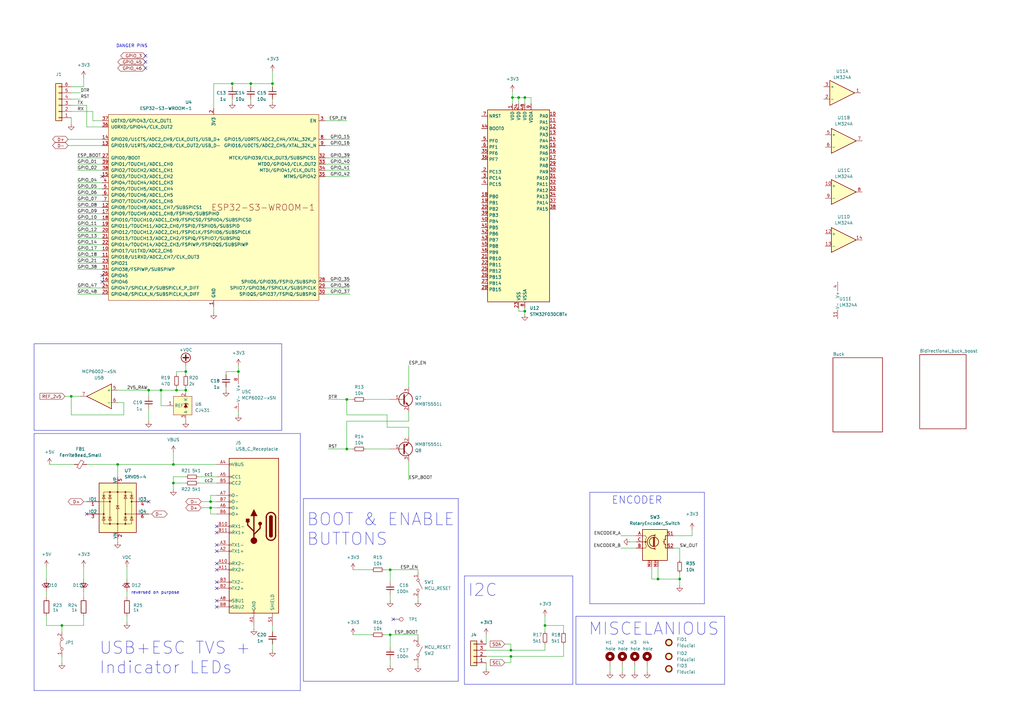
<source format=kicad_sch>
(kicad_sch (version 20230121) (generator eeschema)
  (paper "A3")
  (junction (at 76.2 152.4))
  (junction (at 160.02 233.68))
  (junction (at 25.4 256.54))
  (junction (at 278.765 237.49))
  (junction (at 86.36 208.28))
  (junction (at 212.725 40.005))
  (junction (at 142.24 163.83))
  (junction (at 209.55 266.7))
  (junction (at 223.52 256.54))
  (junction (at 48.26 190.5))
  (junction (at 66.04 160.02))
  (junction (at 60.96 160.02))
  (junction (at 97.79 152.4))
  (junction (at 215.265 40.005))
  (junction (at 269.875 237.49))
  (junction (at 86.36 205.74))
  (junction (at 209.55 269.24))
  (junction (at 142.24 184.15))
  (junction (at 76.2 160.02))
  (junction (at 102.87 34.29))
  (junction (at 72.39 160.02))
  (junction (at 210.185 40.005))
  (junction (at 29.21 162.56))
  (junction (at 160.02 260.35))
  (junction (at 71.12 190.5))
  (junction (at 71.12 198.12))
  (junction (at 95.25 34.29))
  (junction (at 215.265 127.635))
  (junction (at 111.76 34.29))
  (no_connect (at 41.91 113.03))
  (no_connect (at 88.9 248.92))
  (no_connect (at 88.9 226.06))
  (no_connect (at 88.9 241.3))
  (no_connect (at 88.9 238.76))
  (no_connect (at 88.9 218.44))
  (no_connect (at 60.96 205.74))
  (no_connect (at 88.9 231.14))
  (no_connect (at 88.9 223.52))
  (no_connect (at 59.69 27.94))
  (no_connect (at 161.29 254))
  (no_connect (at 88.9 233.68))
  (no_connect (at 88.9 215.9))
  (no_connect (at 88.9 246.38))
  (no_connect (at 41.91 72.39))
  (no_connect (at 59.69 22.86))
  (no_connect (at 59.69 25.4))
  (no_connect (at 35.56 210.82))
  (no_connect (at 41.91 115.57))
  (wire (pts (xy 269.875 237.49) (xy 278.765 237.49)))
  (wire (pts (xy 29.21 38.1) (xy 33.02 38.1)))
  (wire (pts (xy 278.765 234.95) (xy 278.765 237.49)))
  (wire (pts (xy 223.52 264.16) (xy 223.52 266.7)))
  (wire (pts (xy 149.86 184.15) (xy 160.02 184.15)))
  (polyline (pts (xy 241.935 247.65) (xy 288.925 247.65)))
  (polyline (pts (xy 13.97 177.8) (xy 72.39 177.8)))
  (wire (pts (xy 160.02 243.84) (xy 160.02 246.38)))
  (polyline (pts (xy 124.46 279.4) (xy 124.46 204.47)))
  (wire (pts (xy 92.71 152.4) (xy 97.79 152.4)))
  (wire (pts (xy 76.2 149.86) (xy 76.2 152.4)))
  (wire (pts (xy 71.12 185.42) (xy 71.12 190.5)))
  (wire (pts (xy 34.29 256.54) (xy 34.29 252.73)))
  (wire (pts (xy 82.55 205.74) (xy 86.36 205.74)))
  (wire (pts (xy 158.75 170.18) (xy 142.24 170.18)))
  (wire (pts (xy 76.2 160.02) (xy 76.2 161.29)))
  (wire (pts (xy 210.185 40.005) (xy 210.185 42.545)))
  (wire (pts (xy 29.21 50.8) (xy 29.21 48.26)))
  (wire (pts (xy 52.07 245.11) (xy 52.07 242.57)))
  (polyline (pts (xy 190.5 236.22) (xy 190.5 280.67)))
  (wire (pts (xy 29.21 40.64) (xy 33.02 40.64)))
  (wire (pts (xy 133.35 59.69) (xy 143.51 59.69)))
  (wire (pts (xy 72.39 152.4) (xy 76.2 152.4)))
  (wire (pts (xy 102.87 34.29) (xy 102.87 35.56)))
  (wire (pts (xy 31.75 100.33) (xy 41.91 100.33)))
  (wire (pts (xy 209.55 264.16) (xy 209.55 266.7)))
  (wire (pts (xy 102.87 40.64) (xy 102.87 41.91)))
  (wire (pts (xy 133.35 57.15) (xy 143.51 57.15)))
  (wire (pts (xy 167.64 175.26) (xy 158.75 175.26)))
  (wire (pts (xy 97.79 149.86) (xy 97.79 152.4)))
  (wire (pts (xy 267.335 237.49) (xy 269.875 237.49)))
  (wire (pts (xy 111.76 264.16) (xy 111.76 266.7)))
  (wire (pts (xy 72.39 158.75) (xy 72.39 160.02)))
  (wire (pts (xy 160.02 260.35) (xy 171.45 260.35)))
  (wire (pts (xy 160.02 265.43) (xy 160.02 260.35)))
  (wire (pts (xy 26.67 162.56) (xy 29.21 162.56)))
  (wire (pts (xy 160.02 238.76) (xy 160.02 233.68)))
  (wire (pts (xy 278.765 224.79) (xy 278.765 229.87)))
  (wire (pts (xy 31.75 110.49) (xy 41.91 110.49)))
  (wire (pts (xy 171.45 271.78) (xy 171.45 273.05)))
  (wire (pts (xy 71.12 195.58) (xy 76.2 195.58)))
  (wire (pts (xy 31.75 64.77) (xy 41.91 64.77)))
  (polyline (pts (xy 123.19 283.21) (xy 13.97 283.21)))
  (wire (pts (xy 60.96 160.02) (xy 66.04 160.02)))
  (wire (pts (xy 31.75 69.85) (xy 41.91 69.85)))
  (wire (pts (xy 212.725 127.635) (xy 215.265 127.635)))
  (wire (pts (xy 199.39 260.35) (xy 199.39 264.16)))
  (wire (pts (xy 111.76 256.54) (xy 111.76 259.08)))
  (wire (pts (xy 199.39 274.32) (xy 199.39 271.78)))
  (wire (pts (xy 62.23 210.82) (xy 60.96 210.82)))
  (wire (pts (xy 41.91 49.53) (xy 38.1 49.53)))
  (wire (pts (xy 52.07 232.41) (xy 52.07 237.49)))
  (wire (pts (xy 199.39 266.7) (xy 209.55 266.7)))
  (wire (pts (xy 86.36 203.2) (xy 88.9 203.2)))
  (polyline (pts (xy 236.22 252.73) (xy 236.22 280.67)))
  (wire (pts (xy 86.36 208.28) (xy 86.36 210.82)))
  (wire (pts (xy 76.2 152.4) (xy 76.2 153.67)))
  (wire (pts (xy 258.445 222.25) (xy 260.985 222.25)))
  (wire (pts (xy 95.25 40.64) (xy 95.25 41.91)))
  (wire (pts (xy 50.8 165.1) (xy 50.8 170.18)))
  (wire (pts (xy 82.55 208.28) (xy 86.36 208.28)))
  (wire (pts (xy 95.25 34.29) (xy 102.87 34.29)))
  (wire (pts (xy 35.56 52.07) (xy 41.91 52.07)))
  (wire (pts (xy 209.55 266.7) (xy 223.52 266.7)))
  (polyline (pts (xy 236.22 252.73) (xy 297.18 252.73)))
  (polyline (pts (xy 241.935 201.93) (xy 241.935 247.65)))
  (wire (pts (xy 31.75 74.93) (xy 41.91 74.93)))
  (wire (pts (xy 223.52 256.54) (xy 223.52 259.08)))
  (wire (pts (xy 48.26 190.5) (xy 71.12 190.5)))
  (wire (pts (xy 223.52 252.73) (xy 223.52 256.54)))
  (wire (pts (xy 27.94 59.69) (xy 41.91 59.69)))
  (wire (pts (xy 160.02 233.68) (xy 171.45 233.68)))
  (wire (pts (xy 167.64 172.72) (xy 142.24 172.72)))
  (wire (pts (xy 142.24 163.83) (xy 144.78 163.83)))
  (wire (pts (xy 34.29 31.75) (xy 34.29 35.56)))
  (wire (pts (xy 81.28 198.12) (xy 88.9 198.12)))
  (wire (pts (xy 265.43 273.05) (xy 265.43 275.59)))
  (wire (pts (xy 207.01 264.16) (xy 209.55 264.16)))
  (wire (pts (xy 134.62 184.15) (xy 142.24 184.15)))
  (wire (pts (xy 86.36 205.74) (xy 88.9 205.74)))
  (wire (pts (xy 209.55 269.24) (xy 231.14 269.24)))
  (wire (pts (xy 171.45 261.62) (xy 171.45 260.35)))
  (wire (pts (xy 76.2 158.75) (xy 76.2 160.02)))
  (wire (pts (xy 66.04 160.02) (xy 72.39 160.02)))
  (wire (pts (xy 31.75 67.31) (xy 41.91 67.31)))
  (wire (pts (xy 133.35 118.11) (xy 143.51 118.11)))
  (wire (pts (xy 31.75 107.95) (xy 41.91 107.95)))
  (wire (pts (xy 111.76 34.29) (xy 111.76 35.56)))
  (wire (pts (xy 29.21 170.18) (xy 29.21 162.56)))
  (wire (pts (xy 217.805 42.545) (xy 217.805 40.005)))
  (wire (pts (xy 35.56 43.18) (xy 29.21 43.18)))
  (wire (pts (xy 212.725 40.005) (xy 210.185 40.005)))
  (wire (pts (xy 133.35 115.57) (xy 143.51 115.57)))
  (wire (pts (xy 31.75 118.11) (xy 41.91 118.11)))
  (wire (pts (xy 283.845 217.17) (xy 283.845 219.71)))
  (wire (pts (xy 167.64 175.26) (xy 167.64 179.07)))
  (polyline (pts (xy 241.935 201.93) (xy 288.925 201.93)))
  (wire (pts (xy 142.24 184.15) (xy 144.78 184.15)))
  (wire (pts (xy 278.765 240.03) (xy 278.765 237.49)))
  (wire (pts (xy 50.8 170.18) (xy 29.21 170.18)))
  (wire (pts (xy 31.75 82.55) (xy 41.91 82.55)))
  (wire (pts (xy 95.25 34.29) (xy 87.63 34.29)))
  (wire (pts (xy 87.63 125.73) (xy 87.63 128.27)))
  (wire (pts (xy 86.36 208.28) (xy 88.9 208.28)))
  (wire (pts (xy 31.75 120.65) (xy 41.91 120.65)))
  (wire (pts (xy 215.265 42.545) (xy 215.265 40.005)))
  (wire (pts (xy 133.35 120.65) (xy 143.51 120.65)))
  (wire (pts (xy 157.48 233.68) (xy 160.02 233.68)))
  (polyline (pts (xy 72.39 177.8) (xy 123.19 177.8)))
  (wire (pts (xy 111.76 40.64) (xy 111.76 41.91)))
  (wire (pts (xy 97.79 152.4) (xy 97.79 153.67)))
  (wire (pts (xy 160.02 270.51) (xy 160.02 273.05)))
  (wire (pts (xy 104.14 256.54) (xy 104.14 257.81)))
  (polyline (pts (xy 234.95 280.67) (xy 234.95 236.22)))
  (wire (pts (xy 66.04 166.37) (xy 66.04 160.02)))
  (polyline (pts (xy 124.46 204.47) (xy 187.96 204.47)))
  (wire (pts (xy 71.12 200.66) (xy 71.12 198.12)))
  (wire (pts (xy 72.39 153.67) (xy 72.39 152.4)))
  (wire (pts (xy 87.63 44.45) (xy 87.63 34.29)))
  (wire (pts (xy 34.29 35.56) (xy 29.21 35.56)))
  (polyline (pts (xy 288.925 247.65) (xy 288.925 201.93)))
  (wire (pts (xy 92.71 152.4) (xy 92.71 153.67)))
  (wire (pts (xy 35.56 43.18) (xy 35.56 52.07)))
  (wire (pts (xy 133.35 67.31) (xy 143.51 67.31)))
  (wire (pts (xy 76.2 198.12) (xy 71.12 198.12)))
  (wire (pts (xy 133.35 69.85) (xy 143.51 69.85)))
  (wire (pts (xy 52.07 255.27) (xy 52.07 252.73)))
  (wire (pts (xy 133.35 64.77) (xy 143.51 64.77)))
  (wire (pts (xy 20.32 190.5) (xy 30.48 190.5)))
  (wire (pts (xy 31.75 97.79) (xy 41.91 97.79)))
  (wire (pts (xy 142.24 172.72) (xy 142.24 184.15)))
  (wire (pts (xy 31.75 105.41) (xy 41.91 105.41)))
  (wire (pts (xy 144.78 233.68) (xy 152.4 233.68)))
  (wire (pts (xy 60.96 167.64) (xy 60.96 172.72)))
  (wire (pts (xy 167.64 189.23) (xy 167.64 196.85)))
  (wire (pts (xy 19.05 252.73) (xy 19.05 256.54)))
  (wire (pts (xy 215.265 127.635) (xy 215.265 128.905)))
  (wire (pts (xy 160.02 260.35) (xy 157.48 260.35)))
  (wire (pts (xy 29.21 162.56) (xy 33.02 162.56)))
  (wire (pts (xy 19.05 232.41) (xy 19.05 237.49)))
  (wire (pts (xy 250.19 273.05) (xy 250.19 275.59)))
  (wire (pts (xy 158.75 175.26) (xy 158.75 170.18)))
  (wire (pts (xy 48.26 160.02) (xy 60.96 160.02)))
  (wire (pts (xy 171.45 245.11) (xy 171.45 246.38)))
  (wire (pts (xy 142.24 170.18) (xy 142.24 163.83)))
  (wire (pts (xy 19.05 242.57) (xy 19.05 245.11)))
  (wire (pts (xy 210.185 37.465) (xy 210.185 40.005)))
  (wire (pts (xy 27.94 57.15) (xy 41.91 57.15)))
  (wire (pts (xy 34.29 232.41) (xy 34.29 237.49)))
  (wire (pts (xy 76.2 171.45) (xy 76.2 172.72)))
  (wire (pts (xy 86.36 210.82) (xy 88.9 210.82)))
  (wire (pts (xy 231.14 269.24) (xy 231.14 264.16)))
  (wire (pts (xy 25.4 256.54) (xy 34.29 256.54)))
  (wire (pts (xy 86.36 203.2) (xy 86.36 205.74)))
  (wire (pts (xy 34.29 242.57) (xy 34.29 245.11)))
  (wire (pts (xy 209.55 271.78) (xy 209.55 269.24)))
  (polyline (pts (xy 236.22 280.67) (xy 297.18 280.67)))
  (polyline (pts (xy 187.96 204.47) (xy 187.96 279.4)))
  (wire (pts (xy 48.26 165.1) (xy 50.8 165.1)))
  (wire (pts (xy 149.86 163.83) (xy 160.02 163.83)))
  (wire (pts (xy 92.71 158.75) (xy 92.71 160.02)))
  (wire (pts (xy 31.75 92.71) (xy 41.91 92.71)))
  (wire (pts (xy 212.725 42.545) (xy 212.725 40.005)))
  (wire (pts (xy 254.635 219.71) (xy 260.985 219.71)))
  (wire (pts (xy 38.1 49.53) (xy 38.1 45.72)))
  (wire (pts (xy 133.35 72.39) (xy 143.51 72.39)))
  (wire (pts (xy 31.75 87.63) (xy 41.91 87.63)))
  (polyline (pts (xy 297.18 280.67) (xy 297.18 252.73)))
  (polyline (pts (xy 234.95 236.22) (xy 190.5 236.22)))
  (wire (pts (xy 231.14 259.08) (xy 231.14 256.54)))
  (wire (pts (xy 35.56 190.5) (xy 48.26 190.5)))
  (polyline (pts (xy 123.19 177.8) (xy 123.19 283.21)))
  (wire (pts (xy 19.05 256.54) (xy 25.4 256.54)))
  (wire (pts (xy 97.79 168.91) (xy 97.79 170.18)))
  (wire (pts (xy 29.21 45.72) (xy 38.1 45.72)))
  (wire (pts (xy 48.26 195.58) (xy 48.26 190.5)))
  (wire (pts (xy 111.76 29.21) (xy 111.76 34.29)))
  (wire (pts (xy 102.87 34.29) (xy 111.76 34.29)))
  (wire (pts (xy 167.64 149.86) (xy 167.64 158.75)))
  (wire (pts (xy 260.35 273.05) (xy 260.35 275.59)))
  (wire (pts (xy 31.75 95.25) (xy 41.91 95.25)))
  (wire (pts (xy 269.875 232.41) (xy 269.875 237.49)))
  (wire (pts (xy 267.335 232.41) (xy 267.335 237.49)))
  (polyline (pts (xy 190.5 280.67) (xy 191.77 280.67)))
  (wire (pts (xy 31.75 90.17) (xy 41.91 90.17)))
  (polyline (pts (xy 13.97 283.21) (xy 13.97 177.8)))
  (wire (pts (xy 171.45 233.68) (xy 171.45 234.95)))
  (wire (pts (xy 215.265 40.005) (xy 217.805 40.005)))
  (polyline (pts (xy 187.96 279.4) (xy 124.46 279.4)))
  (wire (pts (xy 48.26 222.25) (xy 48.26 220.98)))
  (wire (pts (xy 72.39 160.02) (xy 76.2 160.02)))
  (wire (pts (xy 60.96 160.02) (xy 60.96 162.56)))
  (wire (pts (xy 255.27 273.05) (xy 255.27 275.59)))
  (wire (pts (xy 31.75 102.87) (xy 41.91 102.87)))
  (wire (pts (xy 71.12 190.5) (xy 88.9 190.5)))
  (wire (pts (xy 254.635 224.79) (xy 260.985 224.79)))
  (wire (pts (xy 231.14 256.54) (xy 223.52 256.54)))
  (wire (pts (xy 142.24 49.53) (xy 133.35 49.53)))
  (wire (pts (xy 31.75 80.01) (xy 41.91 80.01)))
  (wire (pts (xy 71.12 198.12) (xy 71.12 195.58)))
  (wire (pts (xy 95.25 34.29) (xy 95.25 35.56)))
  (wire (pts (xy 212.725 126.365) (xy 212.725 127.635)))
  (wire (pts (xy 276.225 219.71) (xy 283.845 219.71)))
  (wire (pts (xy 68.58 166.37) (xy 66.04 166.37)))
  (wire (pts (xy 199.39 269.24) (xy 209.55 269.24)))
  (wire (pts (xy 215.265 40.005) (xy 212.725 40.005)))
  (wire (pts (xy 167.64 168.91) (xy 167.64 172.72)))
  (wire (pts (xy 25.4 256.54) (xy 25.4 259.08)))
  (wire (pts (xy 34.29 205.74) (xy 35.56 205.74)))
  (wire (pts (xy 207.01 271.78) (xy 209.55 271.78)))
  (wire (pts (xy 31.75 85.09) (xy 41.91 85.09)))
  (wire (pts (xy 215.265 126.365) (xy 215.265 127.635)))
  (wire (pts (xy 25.4 269.24) (xy 25.4 271.78)))
  (wire (pts (xy 134.62 163.83) (xy 142.24 163.83)))
  (wire (pts (xy 81.28 195.58) (xy 88.9 195.58)))
  (wire (pts (xy 31.75 77.47) (xy 41.91 77.47)))
  (polyline (pts (xy 191.77 280.67) (xy 234.95 280.67)))
  (wire (pts (xy 144.78 260.35) (xy 152.4 260.35)))
  (wire (pts (xy 276.225 224.79) (xy 278.765 224.79)))
  (rectangle (start 13.97 140.97) (end 115.57 176.53))
  (text "I2C" (at 191.77 245.11 0) (effects (font (size 5 5)) (justify left bottom)))
  (text "BOOT & ENABLE\nBUTTONS" (at 125.73 224.155 0) (effects (font (size 5 5)) (justify left bottom)))
  (text "reversed on purpose" (at 73.66 243.84 0) (effects (font (size 1.27 1.27)) (justify right bottom)))
  (text "ENCODER" (at 250.825 207.01 0) (effects (font (size 3 3)) (justify left bottom)))
  (text "MISCELANIOUS" (at 241.3 260.985 0) (effects (font (size 5 5)) (justify left bottom)))
  (text "DANGER PINS\n" (at 47.625 19.685 0) (effects (font (size 1.27 1.27)) (justify left bottom)))
  (text "USB+ESC TVS + \nIndicator LEDs" (at 40.64 276.86 0) (effects (font (size 5 5)) (justify left bottom)))
  (label "GPIO_13" (at 31.75 97.79 0))
  (label "GPIO_12" (at 31.75 95.25 0))
  (label "GPIO_18" (at 31.75 105.41 0))
  (label "RX" (at 31.75 45.72 0))
  (label "GPIO_36" (at 143.51 118.11 180))
  (label "GPIO_02" (at 31.75 69.85 0))
  (label "ENCODER_B" (at 254.635 224.79 180))
  (label "GPIO_10" (at 31.75 90.17 0))
  (label "ESP_BOOT" (at 171.45 260.35 180))
  (label "GPIO_01" (at 31.75 67.31 0))
  (label "GPIO_04" (at 31.75 74.93 0))
  (label "ESP_BOOT" (at 167.64 196.85 0))
  (label "GPIO_37" (at 143.51 120.65 180))
  (label "GPIO_07" (at 31.75 82.55 0))
  (label "ESP_EN" (at 171.45 233.68 180))
  (label "GPIO_11" (at 31.75 92.71 0))
  (label "GPIO_09" (at 31.75 87.63 0))
  (label "2V5_RAW" (at 52.07 160.02 0))
  (label "GPIO_14" (at 31.75 100.33 0))
  (label "GPIO_06" (at 31.75 80.01 0))
  (label "ENCODER_A" (at 254.635 219.71 180))
  (label "GPIO_38" (at 31.75 110.49 0))
  (label "GPIO_15" (at 143.51 57.15 180))
  (label "ESP_BOOT" (at 31.75 64.77 0))
  (label "cc2" (at 83.82 198.12 0))
  (label "GPIO_05" (at 31.75 77.47 0))
  (label "TX" (at 31.75 43.18 0))
  (label "ESP_EN" (at 142.24 49.53 180))
  (label "GPIO_39" (at 143.51 64.77 180))
  (label "RST" (at 134.62 184.15 0))
  (label "GPIO_47" (at 31.75 118.11 0))
  (label "GPIO_40" (at 143.51 67.31 180))
  (label "GPIO_16" (at 143.51 59.69 180))
  (label "ESP_EN" (at 167.64 149.86 0))
  (label "GPIO_41" (at 143.51 69.85 180))
  (label "GPIO_42" (at 143.51 72.39 180))
  (label "RST" (at 33.02 40.64 0))
  (label "DTR" (at 33.02 38.1 0))
  (label "GPIO_17" (at 31.75 102.87 0))
  (label "SW_OUT" (at 278.765 224.79 0))
  (label "cc1" (at 83.82 195.58 0))
  (label "DTR" (at 134.62 163.83 0))
  (label "GPIO_48" (at 31.75 120.65 0))
  (label "GPIO_35" (at 143.51 115.57 180))
  (label "GPIO_21" (at 31.75 107.95 0))
  (label "GPIO_08" (at 31.75 85.09 0))
  (global_label "GPIO_3" (shape bidirectional) (at 59.69 22.86 180) (property "Intersheetrefs" "${INTERSHEET_REFS}" (effects hide)))
  (global_label "GPIO_46" (shape bidirectional) (at 59.69 27.94 180) (property "Intersheetrefs" "${INTERSHEET_REFS}" (effects hide)))
  (global_label "SDA" (shape input) (at 207.01 264.16 180) (property "Intersheetrefs" "${INTERSHEET_REFS}" (effects hide)))
  (global_label "D-" (shape bidirectional) (at 82.55 205.74 180) (property "Intersheetrefs" "${INTERSHEET_REFS}" (effects hide)))
  (global_label "SCL" (shape input) (at 207.01 271.78 180) (property "Intersheetrefs" "${INTERSHEET_REFS}" (effects hide)))
  (global_label "D-" (shape bidirectional) (at 62.23 210.82 0) (property "Intersheetrefs" "${INTERSHEET_REFS}" (effects hide)))
  (global_label "D+" (shape bidirectional) (at 82.55 208.28 180) (property "Intersheetrefs" "${INTERSHEET_REFS}" (effects hide)))
  (global_label "GPIO_45" (shape bidirectional) (at 59.69 25.4 180) (property "Intersheetrefs" "${INTERSHEET_REFS}" (effects hide)))
  (global_label "D-" (shape bidirectional) (at 27.94 59.69 180) (property "Intersheetrefs" "${INTERSHEET_REFS}" (effects hide)))
  (global_label "D+" (shape bidirectional) (at 34.29 205.74 180) (property "Intersheetrefs" "${INTERSHEET_REFS}" (effects hide)))
  (global_label "REF_2v5" (shape input) (at 26.67 162.56 180) (property "Intersheetrefs" "${INTERSHEET_REFS}" (effects hide)))
  (global_label "D+" (shape bidirectional) (at 27.94 57.15 180) (property "Intersheetrefs" "${INTERSHEET_REFS}" (effects hide)))
  (symbol (lib_id "Device:C_Small") (at 111.76 38.1 0) (unit 1)
    (property "Reference" "C15" (at 105.41 38.1 0) (effects (justify left)))
    (property "Value" "10u" (at 105.41 40.64 0) (effects (justify left)))
    (property "Footprint" "Capacitor_SMD:C_0603_1608Metric" (effects hide))
    (property "LCSC" "C96446" (effects hide))
  )
  (symbol (lib_id "Device:C_Small") (at 111.76 261.62 0) (unit 1)
    (property "Reference" "C20" (at 105.41 260.35 0) (effects (justify left)))
    (property "Value" "1n" (at 105.41 262.89 0) (effects (justify left)))
    (property "Footprint" "Capacitor_SMD:C_1206_3216Metric" (effects hide))
    (property "LCSC" "C9196" (effects hide))
  )
  (symbol (lib_id "power:GND") (at 111.76 266.7 0) (mirror y) (unit 1)
    (property "Reference" "#PWR054" (effects hide))
    (property "Value" "GND" (effects hide))
  )
  (symbol (lib_id "Amplifier_Operational:LM324A") (at 345.44 38.1 0) (unit 1)
    (property "Reference" "U11" (at 345.44 29.21 0))
    (property "Value" "LM324A" (at 345.44 31.75 0))
    (property "Footprint" "Package_SO:SOIC-14_3.9x8.7mm_P1.27mm" (effects hide))
    (property "Datasheet" "http://www.ti.com/lit/ds/symlink/lm2902-n.pdf" (effects hide))
  )
  (symbol (lib_id "power:GND") (at 92.71 160.02 0) (unit 1)
    (property "Reference" "#PWR041" (effects hide))
    (property "Value" "GND" (effects hide))
  )
  (symbol (lib_id "Device:R_Small") (at 154.94 233.68 90) (mirror x) (unit 1)
    (property "Reference" "R15" (at 154.94 228.6 90))
    (property "Value" "10k" (at 154.94 231.14 90))
    (property "Footprint" "Resistor_SMD:R_0603_1608Metric" (effects hide))
    (property "LCSC" "C25804" (effects hide))
  )
  (symbol (lib_id "power:GND") (at 255.27 275.59 0) (unit 1)
    (property "Reference" "#PWR036" (effects hide))
    (property "Value" "GND" (effects hide))
  )
  (symbol (lib_id "Mechanical:Fiducial") (at 274.32 269.24 0) (unit 1) (in_bom no)
    (property "Reference" "FID2" (at 277.495 267.9699 0) (effects (justify left)))
    (property "Value" "Fiducial" (at 277.495 270.5099 0) (effects (justify left)))
    (property "Footprint" "Symbol:KiCad-Logo2_5mm_SilkScreen" (effects hide))
  )
  (symbol (lib_id "power:+3V3") (at 199.39 260.35 0) (unit 1)
    (property "Reference" "#PWR031" (effects hide))
    (property "Value" "+3V3" (at 199.39 255.27 0))
  )
  (symbol (lib_id "Device:LED_Small") (at 19.05 240.03 90) (unit 1)
    (property "Reference" "D10" (at 21.59 240.03 90))
    (property "Value" "green" (effects hide))
    (property "Footprint" "LED_SMD:LED_0805_2012Metric" (effects hide))
    (property "LCSC" "C2297" (effects hide))
  )
  (symbol (lib_id "Device:C_Small") (at 92.71 156.21 180) (unit 1)
    (property "Reference" "C18" (at 90.17 156.21 0) (effects (justify left)))
    (property "Value" "1u" (at 90.17 158.75 0) (effects (justify left)))
    (property "Footprint" "Capacitor_SMD:C_0402_1005Metric" (effects hide))
    (property "LCSC" "C52923" (effects hide))
  )
  (symbol (lib_id "My_custom_lib:RotaryEncoder_Switch") (at 268.605 222.25 0) (unit 1)
    (property "Reference" "SW3" (at 268.605 212.09 0))
    (property "Value" "RotaryEncoder_Switch" (at 268.605 214.63 0))
    (property "Footprint" "Z_mycustom_footprint_lib:PEC12R4230FS0024" (effects hide))
  )
  (symbol (lib_id "power:VBUS") (at 71.12 185.42 0) (mirror y) (unit 1)
    (property "Reference" "#PWR045" (effects hide))
    (property "Value" "VBUS" (at 71.12 180.34 0))
  )
  (symbol (lib_id "Connector_Generic:Conn_01x04") (at 194.31 269.24 180) (unit 1) (in_bom no)
    (property "Reference" "J4" (at 194.31 260.35 0))
    (property "Value" "Conn_01x04" (effects hide))
    (property "Footprint" "Connector_PinHeader_2.54mm:PinHeader_1x04_P2.54mm_Vertical" (effects hide))
  )
  (symbol (lib_id "power:GND") (at 160.02 273.05 0) (unit 1)
    (property "Reference" "#PWR032" (effects hide))
    (property "Value" "GND" (effects hide))
  )
  (symbol (lib_id "Mechanical:MountingHole_Pad") (at 265.43 270.51 0) (unit 1) (in_bom no)
    (property "Reference" "H4" (at 263.525 263.525 0) (effects (justify left)))
    (property "Value" "hole" (at 263.525 266.065 0) (effects (justify left)))
    (property "Footprint" "MountingHole:MountingHole_3.2mm_M3_DIN965_Pad_TopBottom" (effects hide))
  )
  (symbol (lib_id "power:+3V3") (at 111.76 29.21 0) (mirror y) (unit 1)
    (property "Reference" "#PWR019" (effects hide))
    (property "Value" "+3V3" (at 111.76 24.13 0))
  )
  (symbol (lib_id "Connector:USB_C_Receptacle") (at 104.14 215.9 0) (mirror y) (unit 1)
    (property "Reference" "J5" (at 96.52 181.61 0) (effects (justify right)))
    (property "Value" "USB_C_Receptacle" (at 96.52 184.15 0) (effects (justify right)))
    (property "Footprint" "Connector_USB:USB_C_Receptacle_HRO_TYPE-C-31-M-12" (effects hide))
    (property "Datasheet" "https://www.usb.org/sites/default/files/documents/usb_type-c.zip" (effects hide))
    (property "LCSC" "C319148" (effects hide))
  )
  (symbol (lib_id "power:GND") (at 102.87 41.91 0) (unit 1)
    (property "Reference" "#PWR022" (effects hide))
    (property "Value" "GND" (effects hide))
  )
  (symbol (lib_id "Jumper:Jumper_2_Bridged") (at 25.4 264.16 90) (unit 1) (in_bom no)
    (property "Reference" "JP1" (at 26.67 263.525 90) (effects (justify right)))
    (property "Value" "Jumper_2_Bridged" (effects hide))
    (property "Footprint" "Jumper:SolderJumper-2_P1.3mm_Bridged_RoundedPad1.0x1.5mm" (effects hide))
  )
  (symbol (lib_id "Transistor_BJT:MMBT5551L") (at 165.1 163.83 0) (unit 1)
    (property "Reference" "Q7" (at 170.18 163.195 0) (effects (justify left)))
    (property "Value" "MMBT5551L" (at 170.18 165.735 0) (effects (justify left)))
    (property "Footprint" "Package_TO_SOT_SMD:SOT-23" (effects hide))
    (property "Datasheet" "www.onsemi.com/pub/Collateral/MMBT5550LT1-D.PDF" (effects hide))
    (property "LCSC" "C2145" (effects hide))
  )
  (symbol (lib_id "power:+3V3") (at 144.78 260.35 0) (unit 1)
    (property "Reference" "#PWR030" (effects hide))
    (property "Value" "+3V3" (at 144.78 255.27 0))
  )
  (symbol (lib_id "Mechanical:Fiducial") (at 274.32 263.525 0) (unit 1) (in_bom no)
    (property "Reference" "FID1" (at 277.495 262.2549 0) (effects (justify left)))
    (property "Value" "Fiducial" (at 277.495 264.7949 0) (effects (justify left)))
    (property "Footprint" "Fiducial:Fiducial_0.5mm_Mask1mm" (effects hide))
  )
  (symbol (lib_id "power:GND") (at 71.12 200.66 0) (unit 1)
    (property "Reference" "#PWR047" (effects hide))
    (property "Value" "GND" (effects hide))
  )
  (symbol (lib_id "power:+3V3") (at 34.29 232.41 0) (mirror y) (unit 1)
    (property "Reference" "#PWR050" (effects hide))
    (property "Value" "+3V3" (at 34.29 227.33 0))
  )
  (symbol (lib_id "Device:C_Small") (at 160.02 241.3 180) (unit 1)
    (property "Reference" "C16" (at 167.64 240.03 0) (effects (justify left)))
    (property "Value" "100n" (at 167.64 242.57 0) (effects (justify left)))
    (property "Footprint" "Capacitor_SMD:C_0603_1608Metric" (effects hide))
    (property "LCSC" "C14663" (effects hide))
  )
  (symbol (lib_id "power:GND") (at 160.02 246.38 0) (unit 1)
    (property "Reference" "#PWR027" (effects hide))
    (property "Value" "GND" (effects hide))
  )
  (symbol (lib_id "Power_Protection:SRV05-4") (at 48.26 208.28 0) (unit 1)
    (property "Reference" "U7" (at 51.0287 193.04 0) (effects (justify left)))
    (property "Value" "SRV05-4" (at 51.0287 195.58 0) (effects (justify left)))
    (property "Footprint" "Package_TO_SOT_SMD:SOT-23-6" (effects hide))
    (property "Datasheet" "http://www.onsemi.com/pub/Collateral/SRV05-4-D.PDF" (effects hide))
    (property "LCSC" "C85364" (effects hide))
  )
  (symbol (lib_id "Mechanical:MountingHole_Pad") (at 255.27 270.51 0) (unit 1) (in_bom no)
    (property "Reference" "H2" (at 253.365 263.525 0) (effects (justify left)))
    (property "Value" "hole" (at 253.365 266.065 0) (effects (justify left)))
    (property "Footprint" "MountingHole:MountingHole_3.2mm_M3_DIN965_Pad_TopBottom" (effects hide))
  )
  (symbol (lib_id "Amplifier_Operational:LM324A") (at 346.075 123.19 0) (unit 5)
    (property "Reference" "U11" (at 344.17 122.555 0) (effects (justify left)))
    (property "Value" "LM324A" (at 344.17 125.095 0) (effects (justify left)))
    (property "Footprint" "Package_SO:SOIC-14_3.9x8.7mm_P1.27mm" (effects hide))
    (property "Datasheet" "http://www.ti.com/lit/ds/symlink/lm2902-n.pdf" (effects hide))
  )
  (symbol (lib_id "Device:LED_Small") (at 34.29 240.03 270) (mirror x) (unit 1)
    (property "Reference" "D11" (at 31.75 240.03 90))
    (property "Value" "green" (effects hide))
    (property "Footprint" "LED_SMD:LED_0805_2012Metric" (effects hide))
    (property "LCSC" "C2297" (effects hide))
  )
  (symbol (lib_id "Amplifier_Operational:MCP6002-xSN") (at 40.64 162.56 0) (mirror y) (unit 2)
    (property "Reference" "U5" (at 40.64 154.94 0))
    (property "Value" "MCP6002-xSN" (at 40.64 152.4 0))
    (property "Footprint" "Package_SO:SOIC-8_3.9x4.9mm_P1.27mm" (effects hide))
    (property "Datasheet" "http://ww1.microchip.com/downloads/en/DeviceDoc/21733j.pdf" (effects hide))
    (property "LCSC" "C7377" (effects hide))
  )
  (symbol (lib_id "Device:FerriteBead_Small") (at 33.02 190.5 90) (unit 1)
    (property "Reference" "FB1" (at 32.9819 184.15 90))
    (property "Value" "FerriteBead_Small" (at 32.9819 186.69 90))
    (property "Footprint" "Resistor_SMD:R_0805_2012Metric" (effects hide))
    (property "Datasheet" "https://jlcpcb.com/partdetail/Sunlord-GZ2012D101TF/C1015" (effects hide))
    (property "LCSC" "C1015" (effects hide))
  )
  (symbol (lib_id "Device:R_Small") (at 72.39 156.21 0) (mirror x) (unit 1)
    (property "Reference" "R19" (at 69.85 154.94 0) (effects (justify right)))
    (property "Value" "470" (at 69.85 157.48 0) (effects (justify right)))
    (property "Footprint" "Resistor_SMD:R_0402_1005Metric" (effects hide))
    (property "LCSC" "C25117" (effects hide))
  )
  (symbol (lib_id "MCU_ST_STM32F0:STM32F030C8Tx") (at 212.725 85.725 0) (unit 1)
    (property "Reference" "U12" (at 217.2209 126.365 0) (effects (justify left)))
    (property "Value" "STM32F030C8Tx" (at 217.2209 128.905 0) (effects (justify left)))
    (property "Footprint" "Package_QFP:LQFP-48_7x7mm_P0.5mm" (effects hide))
    (property "Datasheet" "https://www.st.com/resource/en/datasheet/stm32f030c8.pdf" (effects hide))
    (property "LCSC" "C23922" (effects hide))
  )
  (symbol (lib_id "power:GND") (at 97.79 170.18 0) (mirror y) (unit 1)
    (property "Reference" "#PWR042" (effects hide))
    (property "Value" "GND" (effects hide))
  )
  (symbol (lib_id "power:GND") (at 29.21 50.8 0) (unit 1)
    (property "Reference" "#PWR024" (effects hide))
    (property "Value" "GND" (effects hide))
  )
  (symbol (lib_id "Mechanical:MountingHole_Pad") (at 260.35 270.51 0) (unit 1) (in_bom no)
    (property "Reference" "H3" (at 258.445 263.525 0) (effects (justify left)))
    (property "Value" "hole" (at 258.445 266.065 0) (effects (justify left)))
    (property "Footprint" "MountingHole:MountingHole_3.2mm_M3_DIN965_Pad_TopBottom" (effects hide))
  )
  (symbol (lib_id "Device:R_Small") (at 154.94 260.35 270) (unit 1)
    (property "Reference" "R16" (at 154.94 255.27 90))
    (property "Value" "10k" (at 154.94 257.81 90))
    (property "Footprint" "Resistor_SMD:R_0603_1608Metric" (effects hide))
    (property "LCSC" "C25804" (effects hide))
  )
  (symbol (lib_id "power:GND") (at 250.19 275.59 0) (unit 1)
    (property "Reference" "#PWR035" (effects hide))
    (property "Value" "GND" (effects hide))
  )
  (symbol (lib_id "power:GND") (at 104.14 257.81 0) (unit 1)
    (property "Reference" "#PWR053" (effects hide))
    (property "Value" "GND" (effects hide))
  )
  (symbol (lib_id "power:+3V3") (at 210.185 37.465 0) (mirror y) (unit 1)
    (property "Reference" "#PWR082" (effects hide))
    (property "Value" "+3V3" (at 210.185 32.385 0))
  )
  (symbol (lib_id "power:VDC") (at 52.07 232.41 0) (unit 1)
    (property "Reference" "#PWR051" (effects hide))
    (property "Value" "VDC" (at 52.07 228.6 0))
  )
  (symbol (lib_id "Connector_Generic:Conn_01x06") (at 24.13 43.18 180) (unit 1)
    (property "Reference" "J1" (at 24.13 30.48 0))
    (property "Value" "Conn_01x06" (effects hide))
    (property "Footprint" "Connector_PinHeader_2.54mm:PinHeader_1x06_P2.54mm_Vertical" (effects hide))
  )
  (symbol (lib_id "power:GND") (at 258.445 222.25 270) (unit 1) (in_bom no)
    (property "Reference" "#PWR079" (effects hide))
    (property "Value" "GND" (effects hide))
  )
  (symbol (lib_id "Device:C_Small") (at 60.96 165.1 180) (unit 1)
    (property "Reference" "C19" (at 58.42 165.1 0) (effects (justify left)))
    (property "Value" "1u" (at 58.42 167.64 0) (effects (justify left)))
    (property "Footprint" "Capacitor_SMD:C_0402_1005Metric" (effects hide))
    (property "LCSC" "C52923" (effects hide))
  )
  (symbol (lib_id "power:GND") (at 25.4 271.78 0) (unit 1)
    (property "Reference" "#PWR055" (effects hide))
    (property "Value" "GND" (effects hide))
  )
  (symbol (lib_id "power:GND") (at 278.765 240.03 0) (unit 1) (in_bom no)
    (property "Reference" "#PWR080" (effects hide))
    (property "Value" "GND" (effects hide))
  )
  (symbol (lib_id "power:GND") (at 95.25 41.91 0) (unit 1)
    (property "Reference" "#PWR021" (effects hide))
    (property "Value" "GND" (effects hide))
  )
  (symbol (lib_id "Device:C_Small") (at 102.87 38.1 0) (unit 1)
    (property "Reference" "C14" (at 96.52 38.1 0) (effects (justify left)))
    (property "Value" "10u" (at 96.52 40.64 0) (effects (justify left)))
    (property "Footprint" "Capacitor_SMD:C_0603_1608Metric" (effects hide))
    (property "LCSC" "C96446" (effects hide))
  )
  (symbol (lib_id "Switch:SW_SPST") (at 171.45 266.7 270) (mirror x) (unit 1)
    (property "Reference" "SW2" (at 173.99 267.9701 90) (effects (justify left)))
    (property "Value" "MCU_RESET" (at 173.99 265.4301 90) (effects (justify left)))
    (property "Footprint" "SamacSys_Parts:PTS526SK15SMTR2LFS" (effects hide))
    (property "LCSC" "C318884" (effects hide))
  )
  (symbol (lib_id "Amplifier_Operational:LM324A") (at 346.075 78.74 0) (unit 3)
    (property "Reference" "U11" (at 346.075 69.85 0))
    (property "Value" "LM324A" (at 346.075 72.39 0))
    (property "Footprint" "Package_SO:SOIC-14_3.9x8.7mm_P1.27mm" (effects hide))
    (property "Datasheet" "http://www.ti.com/lit/ds/symlink/lm2902-n.pdf" (effects hide))
  )
  (symbol (lib_id "Device:R_Small") (at 147.32 184.15 90) (mirror x) (unit 1)
    (property "Reference" "R14" (at 147.32 179.07 90))
    (property "Value" "10k" (at 147.32 181.61 90))
    (property "Footprint" "Resistor_SMD:R_0603_1608Metric" (effects hide))
    (property "LCSC" "C25804" (effects hide))
  )
  (symbol (lib_id "power:GND") (at 111.76 41.91 0) (unit 1)
    (property "Reference" "#PWR023" (effects hide))
    (property "Value" "GND" (effects hide))
  )
  (symbol (lib_id "power:GND") (at 48.26 222.25 0) (unit 1)
    (property "Reference" "#PWR048" (effects hide))
    (property "Value" "GND" (effects hide))
  )
  (symbol (lib_id "power:+5V") (at 20.32 190.5 0) (unit 1)
    (property "Reference" "#PWR046" (effects hide))
    (property "Value" "+5V" (at 20.32 185.42 0))
  )
  (symbol (lib_id "Device:R_Small") (at 223.52 261.62 0) (unit 1)
    (property "Reference" "R17" (at 218.44 260.35 0) (effects (justify left)))
    (property "Value" "5k1" (at 218.44 262.89 0) (effects (justify left)))
    (property "Footprint" "Resistor_SMD:R_0402_1005Metric" (effects hide))
    (property "LCSC" "C25905" (effects hide))
  )
  (symbol (lib_id "Switch:SW_SPST") (at 171.45 240.03 270) (unit 1)
    (property "Reference" "SW1" (at 173.99 238.7599 90) (effects (justify left)))
    (property "Value" "MCU_RESET" (at 173.99 241.2999 90) (effects (justify left)))
    (property "Footprint" "SamacSys_Parts:PTS526SK15SMTR2LFS" (effects hide))
    (property "LCSC" "C318884" (effects hide))
  )
  (symbol (lib_id "Device:LED_Small") (at 52.07 240.03 90) (mirror x) (unit 1)
    (property "Reference" "D12" (at 55.88 240.03 90))
    (property "Value" "red" (effects hide))
    (property "Footprint" "LED_SMD:LED_0603_1608Metric" (effects hide))
    (property "LCSC" "C2286" (effects hide))
  )
  (symbol (lib_id "power:+3V3") (at 97.79 149.86 0) (unit 1)
    (property "Reference" "#PWR040" (effects hide))
    (property "Value" "+3V3" (at 97.79 144.78 0))
  )
  (symbol (lib_id "Device:R") (at 19.05 248.92 0) (unit 1)
    (property "Reference" "R23" (at 21.59 248.285 0) (effects (justify left)))
    (property "Value" "1k" (at 21.59 250.19 0) (effects (justify left)))
    (property "Footprint" "Resistor_SMD:R_0805_2012Metric" (effects hide))
    (property "Datasheet" "https://datasheet.lcsc.com/lcsc/1811022111_UNI-ROYAL-Uniroyal-Elec-0805W8F1001T5E_C17513.pdf" (effects hide))
    (property "LCSC" "C17513" (effects hide))
  )
  (symbol (lib_id "power:GND") (at 171.45 246.38 0) (unit 1)
    (property "Reference" "#PWR028" (effects hide))
    (property "Value" "GND" (effects hide))
  )
  (symbol (lib_id "Device:R_Small") (at 78.74 195.58 270) (unit 1)
    (property "Reference" "R21" (at 74.295 193.04 90) (effects (justify left)))
    (property "Value" "5k1" (at 78.74 193.04 90) (effects (justify left)))
    (property "Footprint" "Resistor_SMD:R_0402_1005Metric" (effects hide))
    (property "LCSC" "C25905" (effects hide))
  )
  (symbol (lib_id "Device:C_Small") (at 160.02 267.97 0) (mirror y) (unit 1)
    (property "Reference" "C17" (at 167.64 266.7 0) (effects (justify left)))
    (property "Value" "100n" (at 167.64 269.24 0) (effects (justify left)))
    (property "Footprint" "Capacitor_SMD:C_0603_1608Metric" (effects hide))
    (property "LCSC" "C14663" (effects hide))
  )
  (symbol (lib_id "power:GND") (at 87.63 128.27 0) (mirror y) (unit 1)
    (property "Reference" "#PWR025" (effects hide))
    (property "Value" "GND" (effects hide))
  )
  (symbol (lib_id "power:+3V3") (at 144.78 233.68 0) (unit 1)
    (property "Reference" "#PWR026" (effects hide))
    (property "Value" "+3V3" (at 144.78 228.6 0))
  )
  (symbol (lib_id "Mechanical:MountingHole_Pad") (at 250.19 270.51 0) (unit 1) (in_bom no)
    (property "Reference" "H1" (at 248.285 263.525 0) (effects (justify left)))
    (property "Value" "hole" (at 248.285 266.065 0) (effects (justify left)))
    (property "Footprint" "MountingHole:MountingHole_3.2mm_M3_DIN965_Pad_TopBottom" (effects hide))
  )
  (symbol (lib_id "Amplifier_Operational:LM324A") (at 346.075 98.425 0) (unit 4)
    (property "Reference" "U11" (at 346.075 88.9 0))
    (property "Value" "LM324A" (at 346.075 91.44 0))
    (property "Footprint" "Package_SO:SOIC-14_3.9x8.7mm_P1.27mm" (effects hide))
    (property "Datasheet" "http://www.ti.com/lit/ds/symlink/lm2902-n.pdf" (effects hide))
  )
  (symbol (lib_id "power:+3V3") (at 283.845 217.17 0) (unit 1)
    (property "Reference" "#PWR078" (effects hide))
    (property "Value" "+3V3" (at 283.845 210.82 0))
  )
  (symbol (lib_id "Device:R_Small") (at 231.14 261.62 0) (unit 1)
    (property "Reference" "R18" (at 226.06 260.35 0) (effects (justify left)))
    (property "Value" "5k1" (at 226.06 262.89 0) (effects (justify left)))
    (property "Footprint" "Resistor_SMD:R_0402_1005Metric" (effects hide))
    (property "LCSC" "C25905" (effects hide))
  )
  (symbol (lib_id "Amplifier_Operational:MCP6002-xSN") (at 100.33 161.29 0) (unit 3)
    (property "Reference" "U5" (at 99.06 160.655 0) (effects (justify left)))
    (property "Value" "MCP6002-xSN" (at 99.06 163.195 0) (effects (justify left)))
    (property "Footprint" "Package_SO:SOIC-8_3.9x4.9mm_P1.27mm" (effects hide))
    (property "Datasheet" "http://ww1.microchip.com/downloads/en/DeviceDoc/21733j.pdf" (effects hide))
    (property "LCSC" "C7377" (effects hide))
  )
  (symbol (lib_id "power:GND") (at 215.265 128.905 0) (mirror y) (unit 1)
    (property "Reference" "#PWR081" (effects hide))
    (property "Value" "GND" (effects hide))
  )
  (symbol (lib_id "power:GND") (at 199.39 274.32 0) (unit 1)
    (property "Reference" "#PWR034" (effects hide))
    (property "Value" "GND" (effects hide))
  )
  (symbol (lib_id "power:+VDC") (at 76.2 149.86 0) (unit 1)
    (property "Reference" "#PWR039" (effects hide))
    (property "Value" "+VDC" (at 76.2 143.51 0))
  )
  (symbol (lib_id "My_custom_lib:CJ431") (at 76.2 166.37 90) (unit 1)
    (property "Reference" "U6" (at 80.01 165.735 90) (effects (justify right)))
    (property "Value" "CJ431" (at 80.01 168.275 90) (effects (justify right)))
    (property "Footprint" "Package_TO_SOT_SMD:SOT-23" (effects hide))
    (property "Datasheet" "https://datasheet.lcsc.com/lcsc/2304140030_Jiangsu-Changjing-Electronics-Technology-Co---Ltd--CJ431_C3113.pdf" (effects hide))
    (property "LCSC" "C3113" (effects hide))
  )
  (symbol (lib_id "Connector:TestPoint") (at 161.29 254 270) (unit 1) (in_bom no) (on_board no)
    (property "Reference" "TP1" (at 167.64 253.9999 90) (effects (justify left)))
    (property "Value" "TestPoint" (effects hide))
    (property "Footprint" "TestPoint:TestPoint_Pad_1.0x1.0mm" (effects hide))
  )
  (symbol (lib_id "Device:R") (at 52.07 248.92 0) (mirror x) (unit 1)
    (property "Reference" "R25" (at 54.61 248.285 0) (effects (justify left)))
    (property "Value" "1k" (at 54.61 250.19 0) (effects (justify left)))
    (property "Footprint" "Resistor_SMD:R_0603_1608Metric" (effects hide))
    (property "Datasheet" "https://datasheet.lcsc.com/lcsc/1811022111_UNI-ROYAL-Uniroyal-Elec-0805W8F1001T5E_C17513.pdf" (effects hide))
    (property "LCSC" "C21190" (effects hide))
  )
  (symbol (lib_id "power:GND") (at 52.07 255.27 0) (mirror y) (unit 1)
    (property "Reference" "#PWR052" (effects hide))
    (property "Value" "GND" (effects hide))
  )
  (symbol (lib_id "power:GND") (at 171.45 273.05 0) (unit 1)
    (property "Reference" "#PWR033" (effects hide))
    (property "Value" "GND" (effects hide))
  )
  (symbol (lib_id "Transistor_BJT:MMBT5551L") (at 165.1 184.15 0) (mirror x) (unit 1)
    (property "Reference" "Q8" (at 170.18 184.785 0) (effects (justify left)))
    (property "Value" "MMBT5551L" (at 170.18 182.245 0) (effects (justify left)))
    (property "Footprint" "Package_TO_SOT_SMD:SOT-23" (effects hide))
    (property "Datasheet" "www.onsemi.com/pub/Collateral/MMBT5550LT1-D.PDF" (effects hide))
    (property "LCSC" "C2145" (effects hide))
  )
  (symbol (lib_id "power:GND") (at 76.2 172.72 0) (mirror y) (unit 1)
    (property "Reference" "#PWR044" (effects hide))
    (property "Value" "GND" (effects hide))
  )
  (symbol (lib_id "Device:R_Small") (at 147.32 163.83 90) (mirror x) (unit 1)
    (property "Reference" "R13" (at 147.32 158.75 90))
    (property "Value" "10k" (at 147.32 161.29 90))
    (property "Footprint" "Resistor_SMD:R_0603_1608Metric" (effects hide))
    (property "LCSC" "C25804" (effects hide))
  )
  (symbol (lib_id "power:GND") (at 265.43 275.59 0) (unit 1)
    (property "Reference" "#PWR038" (effects hide))
    (property "Value" "GND" (effects hide))
  )
  (symbol (lib_id "Device:R_Small") (at 278.765 232.41 180) (unit 1)
    (property "Reference" "R35" (at 281.305 231.1399 0) (effects (justify right)))
    (property "Value" "10k" (at 281.305 233.6799 0) (effects (justify right)))
    (property "Footprint" "Resistor_SMD:R_0603_1608Metric" (effects hide))
    (property "Datasheet" "https://jlcpcb.com/partdetail/26547-0603WAF1002T5E/C25804" (effects hide))
    (property "LCSC" "C25804" (effects hide))
  )
  (symbol (lib_id "Device:R_Small") (at 76.2 156.21 0) (mirror y) (unit 1)
    (property "Reference" "R20" (at 77.47 154.94 0) (effects (justify right)))
    (property "Value" "2k" (at 77.47 157.48 0) (effects (justify right)))
    (property "Footprint" "Resistor_SMD:R_0402_1005Metric" (effects hide))
    (property "LCSC" "C4109" (effects hide))
  )
  (symbol (lib_id "power:GND") (at 260.35 275.59 0) (unit 1)
    (property "Reference" "#PWR037" (effects hide))
    (property "Value" "GND" (effects hide))
  )
  (symbol (lib_id "power:+5V") (at 19.05 232.41 0) (unit 1)
    (property "Reference" "#PWR049" (effects hide))
    (property "Value" "+5V" (at 19.05 227.33 0))
  )
  (symbol (lib_id "Device:R") (at 34.29 248.92 0) (mirror y) (unit 1)
    (property "Reference" "R24" (at 31.75 248.285 0) (effects (justify left)))
    (property "Value" "1k" (at 31.75 250.19 0) (effects (justify left)))
    (property "Footprint" "Resistor_SMD:R_0805_2012Metric" (effects hide))
    (property "Datasheet" "https://datasheet.lcsc.com/lcsc/1811022111_UNI-ROYAL-Uniroyal-Elec-0805W8F1001T5E_C17513.pdf" (effects hide))
    (property "LCSC" "C17513" (effects hide))
  )
  (symbol (lib_id "power:GND") (at 60.96 172.72 0) (unit 1)
    (property "Reference" "#PWR043" (effects hide))
    (property "Value" "GND" (effects hide))
  )
  (symbol (lib_id "Device:R_Small") (at 78.74 198.12 270) (mirror x) (unit 1)
    (property "Reference" "R22" (at 74.295 200.66 90) (effects (justify left)))
    (property "Value" "5k1" (at 78.74 200.66 90) (effects (justify left)))
    (property "Footprint" "Resistor_SMD:R_0402_1005Metric" (effects hide))
    (property "LCSC" "C25905" (effects hide))
  )
  (symbol (lib_id "power:+3V3") (at 34.29 31.75 0) (unit 1)
    (property "Reference" "#PWR020" (effects hide))
    (property "Value" "+3V3" (at 34.29 26.67 0))
  )
  (symbol (lib_id "Mechanical:Fiducial") (at 274.32 274.32 0) (unit 1) (in_bom no)
    (property "Reference" "FID3" (at 277.495 273.0499 0) (effects (justify left)))
    (property "Value" "Fiducial" (at 277.495 275.5899 0) (effects (justify left)))
    (property "Footprint" "Symbol:WEEE-Logo_4.2x6mm_SilkScreen" (effects hide))
  )
  (symbol (lib_id "power:+3V3") (at 223.52 252.73 0) (unit 1)
    (property "Reference" "#PWR029" (effects hide))
    (property "Value" "+3V3" (at 223.52 247.65 0))
  )
  (symbol (lib_id "Espressif:ESP32-S3-WROOM-1") (at 87.63 85.09 0) (mirror y) (unit 1)
    (property "Reference" "U4" (at 78.74 41.91 0) (effects (justify left)))
    (property "Value" "ESP32-S3-WROOM-1" (at 78.74 44.45 0) (effects (justify left)))
    (property "Footprint" "Espressif:ESP32-S3-WROOM-1" (effects hide))
    (property "Datasheet" "https://www.espressif.com/sites/default/files/documentation/esp32-s3-wroom-1_wroom-1u_datasheet_en.pdf" (effects hide))
  )
  (symbol (lib_id "Device:C_Small") (at 95.25 38.1 180) (unit 1)
    (property "Reference" "C13" (at 92.71 38.1 0) (effects (justify left)))
    (property "Value" "1u" (at 92.71 40.64 0) (effects (justify left)))
    (property "Footprint" "Capacitor_SMD:C_0402_1005Metric" (effects hide))
    (property "LCSC" "C52923" (effects hide))
  )
  (symbol (lib_id "Amplifier_Operational:LM324A") (at 346.075 57.785 0) (unit 2)
    (property "Reference" "U11" (at 346.075 48.26 0))
    (property "Value" "LM324A" (at 346.075 50.8 0))
    (property "Footprint" "Package_SO:SOIC-14_3.9x8.7mm_P1.27mm" (effects hide))
    (property "Datasheet" "http://www.ti.com/lit/ds/symlink/lm2902-n.pdf" (effects hide))
  )
  (sheet (at 377.19 145.415) (size 19.05 30.48) (stroke (width 0.1524))
    (property "Sheetname" "Bidirectional_buck_boost" (at 377.19 144.7034 0) (effects (justify left bottom)))
    (property "Sheetfile" "Bidirectional_buck_boost.kicad_sch" (effects hide))
  )
  (sheet (at 341.63 146.685) (size 20.32 30.48) (stroke (width 0.1524))
    (property "Sheetname" "Buck" (at 341.63 145.9734 0) (effects (justify left bottom)))
    (property "Sheetfile" "buck.kicad_sch" (effects hide))
  )
)
</source>
